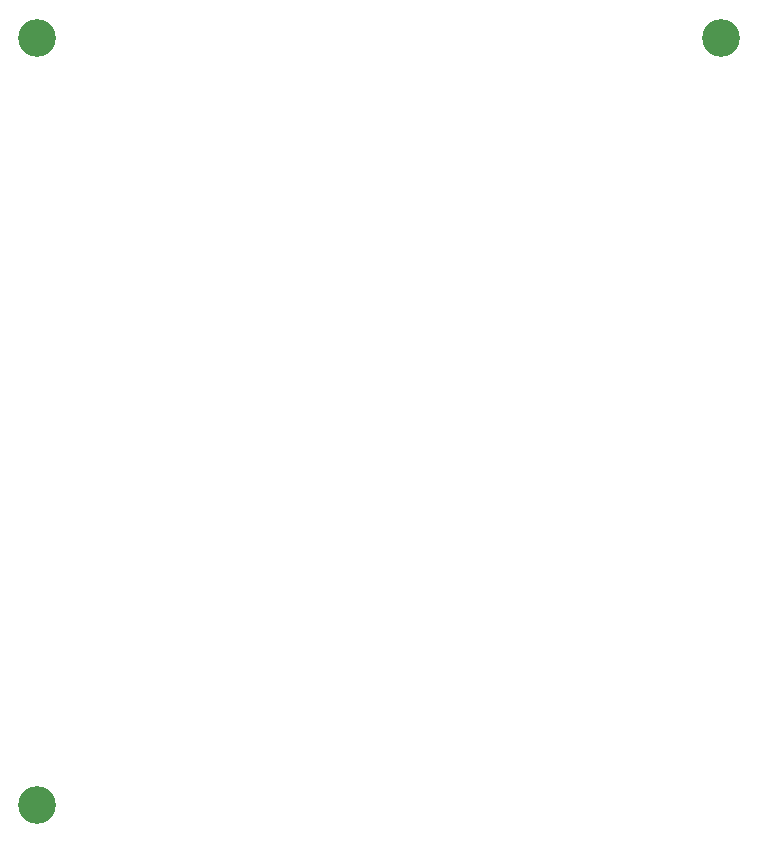
<source format=gbr>
%TF.GenerationSoftware,Altium Limited,Altium Designer,24.10.1 (45)*%
G04 Layer_Color=0*
%FSLAX45Y45*%
%MOMM*%
%TF.SameCoordinates,71300DE5-865C-4B8C-8C77-BDD09283FDBC*%
%TF.FilePolarity,Positive*%
%TF.FileFunction,NonPlated,1,2,NPTH,Drill*%
%TF.Part,Single*%
G01*
G75*
%TA.AperFunction,OtherDrill,Pad Free-4 (3.302mm,2.921mm)*%
%ADD39C,3.20000*%
%TA.AperFunction,OtherDrill,Pad Free-3 (3.302mm,67.818mm)*%
%ADD40C,3.20000*%
%TA.AperFunction,OtherDrill,Pad Free-2 (61.214mm,67.818mm)*%
%ADD41C,3.20000*%
D39*
X330200Y292100D02*
D03*
D40*
Y6781800D02*
D03*
D41*
X6121400D02*
D03*
%TF.MD5,e5f05ae43dbf15e9c91863334204825a*%
M02*

</source>
